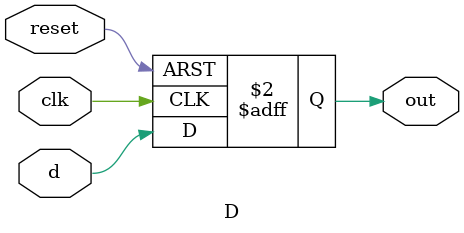
<source format=v>
`timescale 1ns / 1ps
module D(d, clk, reset, out);
    input d, clk, reset;
    output reg out;

    always @ (posedge clk or posedge reset)begin
        if(reset)
            out <= 0;
        else 
            out <= d;
    end   
endmodule
</source>
